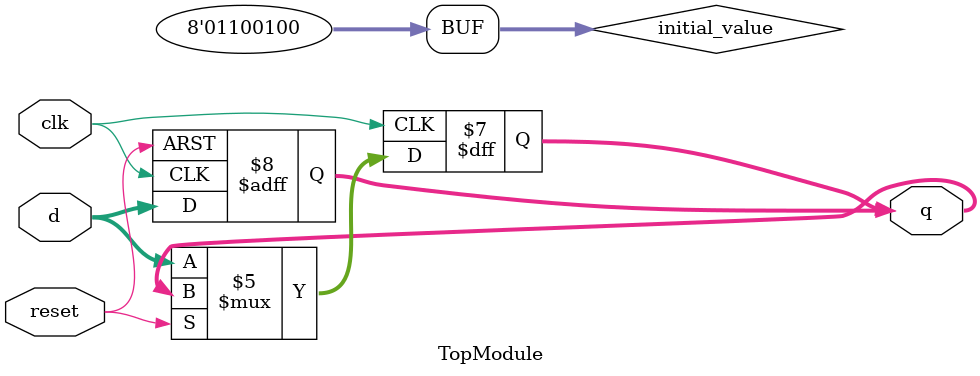
<source format=sv>

module TopModule (
  input wire clk,
  input wire reset,
  input [7:0] d,
  output reg [7:0] q
);

// Initialize the flip-flops to 0x34 in the reset state
reg [7:0] initial_value = 8'b01100100;

always @(posedge clk or posedge reset) begin
  if (reset) begin
    q <= initial_value;
  end else begin
    q <= d; // Flip-flops are triggered by the negative edge of clk
  end
end

// To make the flip-flops respond to the negative edge of clk, add a negedge sensitivity list
always @(negedge clk) begin
  if (!reset) begin
    q <= d; // Flip-flops are triggered by the negative edge of clk
  end
end

endmodule

// VERILOG-EVAL: errant inclusion of module definition

</source>
